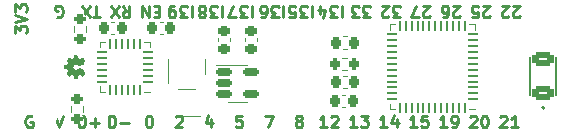
<source format=gto>
G04 #@! TF.GenerationSoftware,KiCad,Pcbnew,(6.0.5)*
G04 #@! TF.CreationDate,2022-08-14T17:30:35+10:00*
G04 #@! TF.ProjectId,ESP32 PicoDev,45535033-3220-4506-9963-6f4465762e6b,rev?*
G04 #@! TF.SameCoordinates,Original*
G04 #@! TF.FileFunction,Legend,Top*
G04 #@! TF.FilePolarity,Positive*
%FSLAX46Y46*%
G04 Gerber Fmt 4.6, Leading zero omitted, Abs format (unit mm)*
G04 Created by KiCad (PCBNEW (6.0.5)) date 2022-08-14 17:30:35*
%MOMM*%
%LPD*%
G01*
G04 APERTURE LIST*
G04 Aperture macros list*
%AMRoundRect*
0 Rectangle with rounded corners*
0 $1 Rounding radius*
0 $2 $3 $4 $5 $6 $7 $8 $9 X,Y pos of 4 corners*
0 Add a 4 corners polygon primitive as box body*
4,1,4,$2,$3,$4,$5,$6,$7,$8,$9,$2,$3,0*
0 Add four circle primitives for the rounded corners*
1,1,$1+$1,$2,$3*
1,1,$1+$1,$4,$5*
1,1,$1+$1,$6,$7*
1,1,$1+$1,$8,$9*
0 Add four rect primitives between the rounded corners*
20,1,$1+$1,$2,$3,$4,$5,0*
20,1,$1+$1,$4,$5,$6,$7,0*
20,1,$1+$1,$6,$7,$8,$9,0*
20,1,$1+$1,$8,$9,$2,$3,0*%
G04 Aperture macros list end*
%ADD10C,0.010000*%
%ADD11C,0.250000*%
%ADD12C,0.120000*%
%ADD13C,0.127000*%
%ADD14C,0.200000*%
%ADD15C,0.650000*%
%ADD16R,1.150000X0.600000*%
%ADD17R,1.150000X0.300000*%
%ADD18O,2.100000X1.050000*%
%ADD19O,2.000000X1.000000*%
%ADD20RoundRect,0.150000X-0.512500X-0.150000X0.512500X-0.150000X0.512500X0.150000X-0.512500X0.150000X0*%
%ADD21RoundRect,0.276000X-0.634000X0.324000X-0.634000X-0.324000X0.634000X-0.324000X0.634000X0.324000X0*%
%ADD22RoundRect,0.225000X0.250000X-0.225000X0.250000X0.225000X-0.250000X0.225000X-0.250000X-0.225000X0*%
%ADD23R,1.000000X0.700000*%
%ADD24R,0.600000X0.700000*%
%ADD25R,0.650000X0.400000*%
%ADD26RoundRect,0.225000X-0.225000X-0.250000X0.225000X-0.250000X0.225000X0.250000X-0.225000X0.250000X0*%
%ADD27RoundRect,0.200000X0.200000X0.275000X-0.200000X0.275000X-0.200000X-0.275000X0.200000X-0.275000X0*%
%ADD28RoundRect,0.062500X0.350000X0.062500X-0.350000X0.062500X-0.350000X-0.062500X0.350000X-0.062500X0*%
%ADD29RoundRect,0.062500X0.062500X0.350000X-0.062500X0.350000X-0.062500X-0.350000X0.062500X-0.350000X0*%
%ADD30R,2.600000X2.600000*%
%ADD31C,2.540000*%
%ADD32RoundRect,0.200000X-0.275000X0.200000X-0.275000X-0.200000X0.275000X-0.200000X0.275000X0.200000X0*%
%ADD33RoundRect,0.062500X0.337500X0.062500X-0.337500X0.062500X-0.337500X-0.062500X0.337500X-0.062500X0*%
%ADD34RoundRect,0.062500X0.062500X0.337500X-0.062500X0.337500X-0.062500X-0.337500X0.062500X-0.337500X0*%
%ADD35R,5.300000X5.300000*%
%ADD36RoundRect,0.200000X0.275000X-0.200000X0.275000X0.200000X-0.275000X0.200000X-0.275000X-0.200000X0*%
%ADD37R,1.700000X1.700000*%
%ADD38O,1.700000X1.700000*%
G04 APERTURE END LIST*
D10*
G36*
X132246553Y-90757447D02*
G01*
X132264379Y-90757898D01*
X132279694Y-90758946D01*
X132286484Y-90759769D01*
X132292736Y-90760831D01*
X132298478Y-90762162D01*
X132303741Y-90763793D01*
X132308555Y-90765753D01*
X132312948Y-90768073D01*
X132316951Y-90770782D01*
X132320594Y-90773911D01*
X132323907Y-90777490D01*
X132326918Y-90781548D01*
X132329658Y-90786115D01*
X132332156Y-90791223D01*
X132334443Y-90796900D01*
X132336547Y-90803177D01*
X132340328Y-90817650D01*
X132343737Y-90834883D01*
X132347011Y-90855116D01*
X132354108Y-90905542D01*
X132356052Y-90919893D01*
X132357998Y-90932630D01*
X132360073Y-90943915D01*
X132362404Y-90953911D01*
X132365118Y-90962780D01*
X132366657Y-90966843D01*
X132368340Y-90970685D01*
X132370182Y-90974327D01*
X132372198Y-90977789D01*
X132374405Y-90981092D01*
X132376818Y-90984255D01*
X132379454Y-90987300D01*
X132382328Y-90990246D01*
X132385455Y-90993114D01*
X132388852Y-90995924D01*
X132392535Y-90998696D01*
X132396519Y-91001452D01*
X132405454Y-91006993D01*
X132415785Y-91012709D01*
X132427637Y-91018765D01*
X132456414Y-91032542D01*
X132474942Y-91040944D01*
X132493180Y-91048830D01*
X132510674Y-91056013D01*
X132526969Y-91062307D01*
X132541611Y-91067527D01*
X132548170Y-91069675D01*
X132554144Y-91071485D01*
X132559478Y-91072933D01*
X132564114Y-91073996D01*
X132567996Y-91074651D01*
X132571067Y-91074875D01*
X132573826Y-91074550D01*
X132577430Y-91073597D01*
X132581814Y-91072049D01*
X132586914Y-91069942D01*
X132599003Y-91064178D01*
X132613180Y-91056575D01*
X132628927Y-91047400D01*
X132645729Y-91036924D01*
X132663068Y-91025414D01*
X132680428Y-91013139D01*
X132698132Y-91000864D01*
X132715237Y-90989354D01*
X132731308Y-90978877D01*
X132745912Y-90969703D01*
X132758614Y-90962100D01*
X132764116Y-90958971D01*
X132768981Y-90956336D01*
X132773152Y-90954228D01*
X132776577Y-90952681D01*
X132779201Y-90951728D01*
X132780195Y-90951485D01*
X132780969Y-90951403D01*
X132782718Y-90951850D01*
X132785283Y-90953160D01*
X132788612Y-90955286D01*
X132792655Y-90958183D01*
X132802673Y-90966099D01*
X132814924Y-90976538D01*
X132828994Y-90989126D01*
X132844469Y-91003492D01*
X132860937Y-91019264D01*
X132877983Y-91036069D01*
X132960886Y-91120736D01*
X132890331Y-91223042D01*
X132878208Y-91240208D01*
X132867600Y-91255446D01*
X132858449Y-91268938D01*
X132850698Y-91280864D01*
X132847330Y-91286296D01*
X132844291Y-91291405D01*
X132841574Y-91296213D01*
X132839171Y-91300742D01*
X132837075Y-91305016D01*
X132835280Y-91309056D01*
X132833779Y-91312886D01*
X132832563Y-91316528D01*
X132831627Y-91320004D01*
X132830962Y-91323338D01*
X132830562Y-91326551D01*
X132830420Y-91329667D01*
X132830529Y-91332708D01*
X132830881Y-91335697D01*
X132831470Y-91338656D01*
X132832288Y-91341608D01*
X132833328Y-91344575D01*
X132834583Y-91347581D01*
X132836046Y-91350647D01*
X132837710Y-91353797D01*
X132839568Y-91357052D01*
X132841613Y-91360436D01*
X132846233Y-91367680D01*
X132851422Y-91376166D01*
X132856321Y-91384300D01*
X132860806Y-91391896D01*
X132864754Y-91398769D01*
X132868041Y-91404732D01*
X132869397Y-91407315D01*
X132870542Y-91409600D01*
X132871459Y-91411565D01*
X132872133Y-91413187D01*
X132872549Y-91414441D01*
X132872656Y-91414923D01*
X132872692Y-91415305D01*
X132871634Y-91416413D01*
X132868533Y-91418378D01*
X132856624Y-91424676D01*
X132837810Y-91433785D01*
X132812940Y-91445292D01*
X132748420Y-91473844D01*
X132669844Y-91507028D01*
X132468761Y-91589930D01*
X132408789Y-91526430D01*
X132389795Y-91507870D01*
X132370528Y-91491222D01*
X132351002Y-91476495D01*
X132331233Y-91463702D01*
X132311237Y-91452852D01*
X132301158Y-91448158D01*
X132291029Y-91443955D01*
X132280850Y-91440242D01*
X132270624Y-91437022D01*
X132260353Y-91434295D01*
X132250039Y-91432062D01*
X132239683Y-91430326D01*
X132229288Y-91429088D01*
X132218856Y-91428347D01*
X132208388Y-91428107D01*
X132197886Y-91428369D01*
X132187353Y-91429132D01*
X132176790Y-91430400D01*
X132166199Y-91432173D01*
X132155582Y-91434452D01*
X132144942Y-91437239D01*
X132134279Y-91440535D01*
X132123597Y-91444341D01*
X132112896Y-91448658D01*
X132102180Y-91453489D01*
X132080706Y-91464694D01*
X132063404Y-91474926D01*
X132047219Y-91485778D01*
X132032150Y-91497250D01*
X132018198Y-91509343D01*
X132005361Y-91522055D01*
X131993641Y-91535388D01*
X131983037Y-91549340D01*
X131973549Y-91563913D01*
X131965178Y-91579106D01*
X131957922Y-91594919D01*
X131951783Y-91611352D01*
X131946760Y-91628405D01*
X131942854Y-91646079D01*
X131940063Y-91664372D01*
X131938389Y-91683286D01*
X131937831Y-91702819D01*
X131938681Y-91726539D01*
X131941181Y-91749392D01*
X131945253Y-91771348D01*
X131950822Y-91792378D01*
X131957811Y-91812452D01*
X131966143Y-91831540D01*
X131975742Y-91849613D01*
X131986530Y-91866640D01*
X131998433Y-91882593D01*
X132011373Y-91897441D01*
X132025273Y-91911155D01*
X132040057Y-91923705D01*
X132055649Y-91935061D01*
X132071971Y-91945194D01*
X132088948Y-91954073D01*
X132106502Y-91961670D01*
X132124558Y-91967954D01*
X132143039Y-91972896D01*
X132161868Y-91976466D01*
X132180968Y-91978634D01*
X132200264Y-91979370D01*
X132219678Y-91978646D01*
X132239134Y-91976430D01*
X132258555Y-91972694D01*
X132277866Y-91967408D01*
X132296988Y-91960542D01*
X132315847Y-91952066D01*
X132334365Y-91941950D01*
X132352465Y-91930166D01*
X132370072Y-91916682D01*
X132387108Y-91901470D01*
X132403497Y-91884500D01*
X132465233Y-91817472D01*
X132650442Y-91896847D01*
X132688172Y-91912336D01*
X132724084Y-91926833D01*
X132757350Y-91940007D01*
X132787143Y-91951528D01*
X132812637Y-91961064D01*
X132833004Y-91968285D01*
X132847418Y-91972860D01*
X132852135Y-91974052D01*
X132855053Y-91974458D01*
X132859062Y-91974669D01*
X132862491Y-91975319D01*
X132863986Y-91975817D01*
X132865335Y-91976435D01*
X132866537Y-91977175D01*
X132867593Y-91978041D01*
X132868501Y-91979036D01*
X132869262Y-91980164D01*
X132869874Y-91981427D01*
X132870339Y-91982830D01*
X132870654Y-91984374D01*
X132870821Y-91986064D01*
X132870839Y-91987902D01*
X132870707Y-91989892D01*
X132869994Y-91994341D01*
X132868678Y-91999435D01*
X132866758Y-92005201D01*
X132864230Y-92011665D01*
X132861093Y-92018853D01*
X132857344Y-92026789D01*
X132852979Y-92035501D01*
X132847997Y-92045014D01*
X132844016Y-92052005D01*
X132840701Y-92058529D01*
X132838099Y-92064737D01*
X132836256Y-92070783D01*
X132835635Y-92073792D01*
X132835220Y-92076818D01*
X132835019Y-92079880D01*
X132835037Y-92082996D01*
X132835279Y-92086186D01*
X132835752Y-92089468D01*
X132836462Y-92092862D01*
X132837414Y-92096387D01*
X132840067Y-92103905D01*
X132843760Y-92112176D01*
X132848537Y-92121351D01*
X132854446Y-92131582D01*
X132861534Y-92143023D01*
X132869846Y-92155825D01*
X132890331Y-92186125D01*
X132957358Y-92283139D01*
X132872692Y-92378389D01*
X132788025Y-92471875D01*
X132682192Y-92399555D01*
X132576358Y-92327236D01*
X132481108Y-92366041D01*
X132444828Y-92381531D01*
X132429976Y-92388304D01*
X132417085Y-92394705D01*
X132405982Y-92400940D01*
X132401046Y-92404061D01*
X132396493Y-92407217D01*
X132392301Y-92410436D01*
X132388447Y-92413742D01*
X132384910Y-92417162D01*
X132381669Y-92420722D01*
X132378702Y-92424447D01*
X132375987Y-92428363D01*
X132373502Y-92432496D01*
X132371227Y-92436873D01*
X132369139Y-92441517D01*
X132367216Y-92446457D01*
X132365438Y-92451717D01*
X132363782Y-92457323D01*
X132360751Y-92469677D01*
X132357950Y-92483726D01*
X132355205Y-92499677D01*
X132352344Y-92517736D01*
X132345757Y-92559656D01*
X132342640Y-92576616D01*
X132339336Y-92591158D01*
X132337543Y-92597580D01*
X132335619Y-92603467D01*
X132333534Y-92608843D01*
X132331260Y-92613730D01*
X132328770Y-92618152D01*
X132326034Y-92622133D01*
X132323025Y-92625694D01*
X132319713Y-92628861D01*
X132316070Y-92631655D01*
X132312068Y-92634101D01*
X132307678Y-92636221D01*
X132302873Y-92638039D01*
X132297623Y-92639577D01*
X132291900Y-92640860D01*
X132285676Y-92641910D01*
X132278923Y-92642752D01*
X132263713Y-92643899D01*
X132246043Y-92644488D01*
X132202414Y-92644736D01*
X132082469Y-92644736D01*
X132063067Y-92556541D01*
X132059194Y-92538014D01*
X132055570Y-92519775D01*
X132052277Y-92502281D01*
X132049397Y-92485986D01*
X132047013Y-92471344D01*
X132045207Y-92458811D01*
X132044064Y-92448841D01*
X132043766Y-92444959D01*
X132043664Y-92441889D01*
X132043577Y-92440530D01*
X132043318Y-92439103D01*
X132042892Y-92437610D01*
X132042303Y-92436056D01*
X132040653Y-92432777D01*
X132038400Y-92429293D01*
X132035579Y-92425634D01*
X132032223Y-92421828D01*
X132028366Y-92417903D01*
X132024041Y-92413887D01*
X132019282Y-92409809D01*
X132014122Y-92405698D01*
X132008596Y-92401582D01*
X132002736Y-92397488D01*
X131996577Y-92393447D01*
X131990151Y-92389485D01*
X131983493Y-92385632D01*
X131976636Y-92381916D01*
X131954445Y-92371068D01*
X131934627Y-92361687D01*
X131916865Y-92353794D01*
X131900844Y-92347410D01*
X131893388Y-92344791D01*
X131886250Y-92342556D01*
X131879389Y-92340709D01*
X131872767Y-92339252D01*
X131866343Y-92338188D01*
X131860079Y-92337520D01*
X131853935Y-92337249D01*
X131847872Y-92337378D01*
X131841851Y-92337911D01*
X131835831Y-92338849D01*
X131829774Y-92340196D01*
X131823639Y-92341953D01*
X131817389Y-92344124D01*
X131810983Y-92346711D01*
X131804382Y-92349716D01*
X131797546Y-92353143D01*
X131783014Y-92361270D01*
X131767071Y-92371113D01*
X131749402Y-92382692D01*
X131729692Y-92396028D01*
X131625622Y-92466583D01*
X131537428Y-92374861D01*
X131449233Y-92283139D01*
X131523317Y-92179069D01*
X131597400Y-92075000D01*
X131560358Y-91979750D01*
X131556312Y-91970230D01*
X131552132Y-91960888D01*
X131547848Y-91951779D01*
X131543491Y-91942956D01*
X131539094Y-91934475D01*
X131534686Y-91926389D01*
X131530298Y-91918752D01*
X131525963Y-91911620D01*
X131521710Y-91905045D01*
X131517570Y-91899083D01*
X131513576Y-91893787D01*
X131509757Y-91889213D01*
X131506145Y-91885413D01*
X131504426Y-91883821D01*
X131502770Y-91882443D01*
X131501182Y-91881286D01*
X131499664Y-91880357D01*
X131498222Y-91879662D01*
X131496858Y-91879208D01*
X131489593Y-91876910D01*
X131478751Y-91874054D01*
X131448572Y-91867081D01*
X131410786Y-91859116D01*
X131369858Y-91850986D01*
X131269317Y-91831583D01*
X131264025Y-91713403D01*
X131262814Y-91688815D01*
X131261858Y-91667180D01*
X131261207Y-91648310D01*
X131260911Y-91632016D01*
X131260910Y-91624776D01*
X131261017Y-91618109D01*
X131261237Y-91611992D01*
X131261576Y-91606401D01*
X131262040Y-91601313D01*
X131262635Y-91596704D01*
X131263369Y-91592550D01*
X131264246Y-91588828D01*
X131265272Y-91585514D01*
X131266455Y-91582585D01*
X131267800Y-91580017D01*
X131269313Y-91577786D01*
X131271001Y-91575870D01*
X131272869Y-91574244D01*
X131274924Y-91572884D01*
X131277172Y-91571768D01*
X131279618Y-91570871D01*
X131282270Y-91570171D01*
X131285133Y-91569642D01*
X131288213Y-91569263D01*
X131291517Y-91569009D01*
X131295050Y-91568857D01*
X131302831Y-91568764D01*
X131311681Y-91568364D01*
X131323363Y-91567220D01*
X131337402Y-91565415D01*
X131353322Y-91563031D01*
X131370647Y-91560151D01*
X131388903Y-91556857D01*
X131407613Y-91553233D01*
X131426303Y-91549361D01*
X131441313Y-91546159D01*
X131454690Y-91543091D01*
X131466579Y-91540044D01*
X131477125Y-91536903D01*
X131486471Y-91533557D01*
X131490740Y-91531770D01*
X131494764Y-91529889D01*
X131498560Y-91527900D01*
X131502147Y-91525788D01*
X131505542Y-91523539D01*
X131508765Y-91521139D01*
X131511832Y-91518573D01*
X131514763Y-91515828D01*
X131517574Y-91512889D01*
X131520285Y-91509742D01*
X131522913Y-91506373D01*
X131525477Y-91502768D01*
X131527994Y-91498912D01*
X131530482Y-91494791D01*
X131535447Y-91485697D01*
X131540515Y-91475374D01*
X131545830Y-91463707D01*
X131551539Y-91450583D01*
X131558043Y-91434532D01*
X131564217Y-91418420D01*
X131569894Y-91402679D01*
X131574910Y-91387745D01*
X131579100Y-91374050D01*
X131580833Y-91367804D01*
X131582297Y-91362030D01*
X131583472Y-91356784D01*
X131584336Y-91352119D01*
X131584870Y-91348089D01*
X131585053Y-91344750D01*
X131584687Y-91341619D01*
X131583613Y-91337560D01*
X131581867Y-91332638D01*
X131579486Y-91326918D01*
X131572961Y-91313341D01*
X131564327Y-91297345D01*
X131553875Y-91279448D01*
X131541893Y-91260166D01*
X131528670Y-91240015D01*
X131514497Y-91219514D01*
X131443942Y-91120736D01*
X131526844Y-91036069D01*
X131543894Y-91019264D01*
X131560386Y-91003492D01*
X131575927Y-90989126D01*
X131583218Y-90982587D01*
X131590124Y-90976538D01*
X131596596Y-90971027D01*
X131602585Y-90966099D01*
X131608041Y-90961803D01*
X131612917Y-90958183D01*
X131617162Y-90955286D01*
X131620727Y-90953160D01*
X131622239Y-90952400D01*
X131623563Y-90951850D01*
X131624693Y-90951515D01*
X131625622Y-90951403D01*
X131627743Y-90951769D01*
X131630762Y-90952843D01*
X131634629Y-90954589D01*
X131639292Y-90956970D01*
X131650799Y-90963495D01*
X131664869Y-90972128D01*
X131681088Y-90982581D01*
X131699044Y-90994563D01*
X131718323Y-91007785D01*
X131738511Y-91021958D01*
X131770733Y-91044613D01*
X131784070Y-91053677D01*
X131795865Y-91061315D01*
X131801256Y-91064618D01*
X131806347Y-91067589D01*
X131811168Y-91070233D01*
X131815747Y-91072560D01*
X131820112Y-91074576D01*
X131824294Y-91076291D01*
X131828319Y-91077711D01*
X131832218Y-91078844D01*
X131836018Y-91079698D01*
X131839749Y-91080280D01*
X131843439Y-91080599D01*
X131847118Y-91080663D01*
X131850813Y-91080478D01*
X131854554Y-91080053D01*
X131858369Y-91079395D01*
X131862287Y-91078513D01*
X131866336Y-91077414D01*
X131870547Y-91076105D01*
X131879564Y-91072891D01*
X131889568Y-91068932D01*
X131900789Y-91064292D01*
X131917799Y-91057038D01*
X131933769Y-91049836D01*
X131948689Y-91042696D01*
X131962553Y-91035628D01*
X131975352Y-91028643D01*
X131987078Y-91021751D01*
X131997725Y-91014963D01*
X132002641Y-91011611D01*
X132007284Y-91008288D01*
X132011653Y-91004996D01*
X132015747Y-91001737D01*
X132019565Y-90998511D01*
X132023107Y-90995321D01*
X132026371Y-90992166D01*
X132029356Y-90989049D01*
X132032061Y-90985970D01*
X132034486Y-90982932D01*
X132036629Y-90979935D01*
X132038490Y-90976981D01*
X132040067Y-90974070D01*
X132041359Y-90971205D01*
X132042366Y-90968386D01*
X132043086Y-90965615D01*
X132043519Y-90962894D01*
X132043664Y-90960222D01*
X132044064Y-90953270D01*
X132045207Y-90943300D01*
X132047013Y-90930767D01*
X132049397Y-90916125D01*
X132055570Y-90882335D01*
X132063067Y-90845569D01*
X132082469Y-90757375D01*
X132202414Y-90757375D01*
X132246553Y-90757447D01*
G37*
X132246553Y-90757447D02*
X132264379Y-90757898D01*
X132279694Y-90758946D01*
X132286484Y-90759769D01*
X132292736Y-90760831D01*
X132298478Y-90762162D01*
X132303741Y-90763793D01*
X132308555Y-90765753D01*
X132312948Y-90768073D01*
X132316951Y-90770782D01*
X132320594Y-90773911D01*
X132323907Y-90777490D01*
X132326918Y-90781548D01*
X132329658Y-90786115D01*
X132332156Y-90791223D01*
X132334443Y-90796900D01*
X132336547Y-90803177D01*
X132340328Y-90817650D01*
X132343737Y-90834883D01*
X132347011Y-90855116D01*
X132354108Y-90905542D01*
X132356052Y-90919893D01*
X132357998Y-90932630D01*
X132360073Y-90943915D01*
X132362404Y-90953911D01*
X132365118Y-90962780D01*
X132366657Y-90966843D01*
X132368340Y-90970685D01*
X132370182Y-90974327D01*
X132372198Y-90977789D01*
X132374405Y-90981092D01*
X132376818Y-90984255D01*
X132379454Y-90987300D01*
X132382328Y-90990246D01*
X132385455Y-90993114D01*
X132388852Y-90995924D01*
X132392535Y-90998696D01*
X132396519Y-91001452D01*
X132405454Y-91006993D01*
X132415785Y-91012709D01*
X132427637Y-91018765D01*
X132456414Y-91032542D01*
X132474942Y-91040944D01*
X132493180Y-91048830D01*
X132510674Y-91056013D01*
X132526969Y-91062307D01*
X132541611Y-91067527D01*
X132548170Y-91069675D01*
X132554144Y-91071485D01*
X132559478Y-91072933D01*
X132564114Y-91073996D01*
X132567996Y-91074651D01*
X132571067Y-91074875D01*
X132573826Y-91074550D01*
X132577430Y-91073597D01*
X132581814Y-91072049D01*
X132586914Y-91069942D01*
X132599003Y-91064178D01*
X132613180Y-91056575D01*
X132628927Y-91047400D01*
X132645729Y-91036924D01*
X132663068Y-91025414D01*
X132680428Y-91013139D01*
X132698132Y-91000864D01*
X132715237Y-90989354D01*
X132731308Y-90978877D01*
X132745912Y-90969703D01*
X132758614Y-90962100D01*
X132764116Y-90958971D01*
X132768981Y-90956336D01*
X132773152Y-90954228D01*
X132776577Y-90952681D01*
X132779201Y-90951728D01*
X132780195Y-90951485D01*
X132780969Y-90951403D01*
X132782718Y-90951850D01*
X132785283Y-90953160D01*
X132788612Y-90955286D01*
X132792655Y-90958183D01*
X132802673Y-90966099D01*
X132814924Y-90976538D01*
X132828994Y-90989126D01*
X132844469Y-91003492D01*
X132860937Y-91019264D01*
X132877983Y-91036069D01*
X132960886Y-91120736D01*
X132890331Y-91223042D01*
X132878208Y-91240208D01*
X132867600Y-91255446D01*
X132858449Y-91268938D01*
X132850698Y-91280864D01*
X132847330Y-91286296D01*
X132844291Y-91291405D01*
X132841574Y-91296213D01*
X132839171Y-91300742D01*
X132837075Y-91305016D01*
X132835280Y-91309056D01*
X132833779Y-91312886D01*
X132832563Y-91316528D01*
X132831627Y-91320004D01*
X132830962Y-91323338D01*
X132830562Y-91326551D01*
X132830420Y-91329667D01*
X132830529Y-91332708D01*
X132830881Y-91335697D01*
X132831470Y-91338656D01*
X132832288Y-91341608D01*
X132833328Y-91344575D01*
X132834583Y-91347581D01*
X132836046Y-91350647D01*
X132837710Y-91353797D01*
X132839568Y-91357052D01*
X132841613Y-91360436D01*
X132846233Y-91367680D01*
X132851422Y-91376166D01*
X132856321Y-91384300D01*
X132860806Y-91391896D01*
X132864754Y-91398769D01*
X132868041Y-91404732D01*
X132869397Y-91407315D01*
X132870542Y-91409600D01*
X132871459Y-91411565D01*
X132872133Y-91413187D01*
X132872549Y-91414441D01*
X132872656Y-91414923D01*
X132872692Y-91415305D01*
X132871634Y-91416413D01*
X132868533Y-91418378D01*
X132856624Y-91424676D01*
X132837810Y-91433785D01*
X132812940Y-91445292D01*
X132748420Y-91473844D01*
X132669844Y-91507028D01*
X132468761Y-91589930D01*
X132408789Y-91526430D01*
X132389795Y-91507870D01*
X132370528Y-91491222D01*
X132351002Y-91476495D01*
X132331233Y-91463702D01*
X132311237Y-91452852D01*
X132301158Y-91448158D01*
X132291029Y-91443955D01*
X132280850Y-91440242D01*
X132270624Y-91437022D01*
X132260353Y-91434295D01*
X132250039Y-91432062D01*
X132239683Y-91430326D01*
X132229288Y-91429088D01*
X132218856Y-91428347D01*
X132208388Y-91428107D01*
X132197886Y-91428369D01*
X132187353Y-91429132D01*
X132176790Y-91430400D01*
X132166199Y-91432173D01*
X132155582Y-91434452D01*
X132144942Y-91437239D01*
X132134279Y-91440535D01*
X132123597Y-91444341D01*
X132112896Y-91448658D01*
X132102180Y-91453489D01*
X132080706Y-91464694D01*
X132063404Y-91474926D01*
X132047219Y-91485778D01*
X132032150Y-91497250D01*
X132018198Y-91509343D01*
X132005361Y-91522055D01*
X131993641Y-91535388D01*
X131983037Y-91549340D01*
X131973549Y-91563913D01*
X131965178Y-91579106D01*
X131957922Y-91594919D01*
X131951783Y-91611352D01*
X131946760Y-91628405D01*
X131942854Y-91646079D01*
X131940063Y-91664372D01*
X131938389Y-91683286D01*
X131937831Y-91702819D01*
X131938681Y-91726539D01*
X131941181Y-91749392D01*
X131945253Y-91771348D01*
X131950822Y-91792378D01*
X131957811Y-91812452D01*
X131966143Y-91831540D01*
X131975742Y-91849613D01*
X131986530Y-91866640D01*
X131998433Y-91882593D01*
X132011373Y-91897441D01*
X132025273Y-91911155D01*
X132040057Y-91923705D01*
X132055649Y-91935061D01*
X132071971Y-91945194D01*
X132088948Y-91954073D01*
X132106502Y-91961670D01*
X132124558Y-91967954D01*
X132143039Y-91972896D01*
X132161868Y-91976466D01*
X132180968Y-91978634D01*
X132200264Y-91979370D01*
X132219678Y-91978646D01*
X132239134Y-91976430D01*
X132258555Y-91972694D01*
X132277866Y-91967408D01*
X132296988Y-91960542D01*
X132315847Y-91952066D01*
X132334365Y-91941950D01*
X132352465Y-91930166D01*
X132370072Y-91916682D01*
X132387108Y-91901470D01*
X132403497Y-91884500D01*
X132465233Y-91817472D01*
X132650442Y-91896847D01*
X132688172Y-91912336D01*
X132724084Y-91926833D01*
X132757350Y-91940007D01*
X132787143Y-91951528D01*
X132812637Y-91961064D01*
X132833004Y-91968285D01*
X132847418Y-91972860D01*
X132852135Y-91974052D01*
X132855053Y-91974458D01*
X132859062Y-91974669D01*
X132862491Y-91975319D01*
X132863986Y-91975817D01*
X132865335Y-91976435D01*
X132866537Y-91977175D01*
X132867593Y-91978041D01*
X132868501Y-91979036D01*
X132869262Y-91980164D01*
X132869874Y-91981427D01*
X132870339Y-91982830D01*
X132870654Y-91984374D01*
X132870821Y-91986064D01*
X132870839Y-91987902D01*
X132870707Y-91989892D01*
X132869994Y-91994341D01*
X132868678Y-91999435D01*
X132866758Y-92005201D01*
X132864230Y-92011665D01*
X132861093Y-92018853D01*
X132857344Y-92026789D01*
X132852979Y-92035501D01*
X132847997Y-92045014D01*
X132844016Y-92052005D01*
X132840701Y-92058529D01*
X132838099Y-92064737D01*
X132836256Y-92070783D01*
X132835635Y-92073792D01*
X132835220Y-92076818D01*
X132835019Y-92079880D01*
X132835037Y-92082996D01*
X132835279Y-92086186D01*
X132835752Y-92089468D01*
X132836462Y-92092862D01*
X132837414Y-92096387D01*
X132840067Y-92103905D01*
X132843760Y-92112176D01*
X132848537Y-92121351D01*
X132854446Y-92131582D01*
X132861534Y-92143023D01*
X132869846Y-92155825D01*
X132890331Y-92186125D01*
X132957358Y-92283139D01*
X132872692Y-92378389D01*
X132788025Y-92471875D01*
X132682192Y-92399555D01*
X132576358Y-92327236D01*
X132481108Y-92366041D01*
X132444828Y-92381531D01*
X132429976Y-92388304D01*
X132417085Y-92394705D01*
X132405982Y-92400940D01*
X132401046Y-92404061D01*
X132396493Y-92407217D01*
X132392301Y-92410436D01*
X132388447Y-92413742D01*
X132384910Y-92417162D01*
X132381669Y-92420722D01*
X132378702Y-92424447D01*
X132375987Y-92428363D01*
X132373502Y-92432496D01*
X132371227Y-92436873D01*
X132369139Y-92441517D01*
X132367216Y-92446457D01*
X132365438Y-92451717D01*
X132363782Y-92457323D01*
X132360751Y-92469677D01*
X132357950Y-92483726D01*
X132355205Y-92499677D01*
X132352344Y-92517736D01*
X132345757Y-92559656D01*
X132342640Y-92576616D01*
X132339336Y-92591158D01*
X132337543Y-92597580D01*
X132335619Y-92603467D01*
X132333534Y-92608843D01*
X132331260Y-92613730D01*
X132328770Y-92618152D01*
X132326034Y-92622133D01*
X132323025Y-92625694D01*
X132319713Y-92628861D01*
X132316070Y-92631655D01*
X132312068Y-92634101D01*
X132307678Y-92636221D01*
X132302873Y-92638039D01*
X132297623Y-92639577D01*
X132291900Y-92640860D01*
X132285676Y-92641910D01*
X132278923Y-92642752D01*
X132263713Y-92643899D01*
X132246043Y-92644488D01*
X132202414Y-92644736D01*
X132082469Y-92644736D01*
X132063067Y-92556541D01*
X132059194Y-92538014D01*
X132055570Y-92519775D01*
X132052277Y-92502281D01*
X132049397Y-92485986D01*
X132047013Y-92471344D01*
X132045207Y-92458811D01*
X132044064Y-92448841D01*
X132043766Y-92444959D01*
X132043664Y-92441889D01*
X132043577Y-92440530D01*
X132043318Y-92439103D01*
X132042892Y-92437610D01*
X132042303Y-92436056D01*
X132040653Y-92432777D01*
X132038400Y-92429293D01*
X132035579Y-92425634D01*
X132032223Y-92421828D01*
X132028366Y-92417903D01*
X132024041Y-92413887D01*
X132019282Y-92409809D01*
X132014122Y-92405698D01*
X132008596Y-92401582D01*
X132002736Y-92397488D01*
X131996577Y-92393447D01*
X131990151Y-92389485D01*
X131983493Y-92385632D01*
X131976636Y-92381916D01*
X131954445Y-92371068D01*
X131934627Y-92361687D01*
X131916865Y-92353794D01*
X131900844Y-92347410D01*
X131893388Y-92344791D01*
X131886250Y-92342556D01*
X131879389Y-92340709D01*
X131872767Y-92339252D01*
X131866343Y-92338188D01*
X131860079Y-92337520D01*
X131853935Y-92337249D01*
X131847872Y-92337378D01*
X131841851Y-92337911D01*
X131835831Y-92338849D01*
X131829774Y-92340196D01*
X131823639Y-92341953D01*
X131817389Y-92344124D01*
X131810983Y-92346711D01*
X131804382Y-92349716D01*
X131797546Y-92353143D01*
X131783014Y-92361270D01*
X131767071Y-92371113D01*
X131749402Y-92382692D01*
X131729692Y-92396028D01*
X131625622Y-92466583D01*
X131537428Y-92374861D01*
X131449233Y-92283139D01*
X131523317Y-92179069D01*
X131597400Y-92075000D01*
X131560358Y-91979750D01*
X131556312Y-91970230D01*
X131552132Y-91960888D01*
X131547848Y-91951779D01*
X131543491Y-91942956D01*
X131539094Y-91934475D01*
X131534686Y-91926389D01*
X131530298Y-91918752D01*
X131525963Y-91911620D01*
X131521710Y-91905045D01*
X131517570Y-91899083D01*
X131513576Y-91893787D01*
X131509757Y-91889213D01*
X131506145Y-91885413D01*
X131504426Y-91883821D01*
X131502770Y-91882443D01*
X131501182Y-91881286D01*
X131499664Y-91880357D01*
X131498222Y-91879662D01*
X131496858Y-91879208D01*
X131489593Y-91876910D01*
X131478751Y-91874054D01*
X131448572Y-91867081D01*
X131410786Y-91859116D01*
X131369858Y-91850986D01*
X131269317Y-91831583D01*
X131264025Y-91713403D01*
X131262814Y-91688815D01*
X131261858Y-91667180D01*
X131261207Y-91648310D01*
X131260911Y-91632016D01*
X131260910Y-91624776D01*
X131261017Y-91618109D01*
X131261237Y-91611992D01*
X131261576Y-91606401D01*
X131262040Y-91601313D01*
X131262635Y-91596704D01*
X131263369Y-91592550D01*
X131264246Y-91588828D01*
X131265272Y-91585514D01*
X131266455Y-91582585D01*
X131267800Y-91580017D01*
X131269313Y-91577786D01*
X131271001Y-91575870D01*
X131272869Y-91574244D01*
X131274924Y-91572884D01*
X131277172Y-91571768D01*
X131279618Y-91570871D01*
X131282270Y-91570171D01*
X131285133Y-91569642D01*
X131288213Y-91569263D01*
X131291517Y-91569009D01*
X131295050Y-91568857D01*
X131302831Y-91568764D01*
X131311681Y-91568364D01*
X131323363Y-91567220D01*
X131337402Y-91565415D01*
X131353322Y-91563031D01*
X131370647Y-91560151D01*
X131388903Y-91556857D01*
X131407613Y-91553233D01*
X131426303Y-91549361D01*
X131441313Y-91546159D01*
X131454690Y-91543091D01*
X131466579Y-91540044D01*
X131477125Y-91536903D01*
X131486471Y-91533557D01*
X131490740Y-91531770D01*
X131494764Y-91529889D01*
X131498560Y-91527900D01*
X131502147Y-91525788D01*
X131505542Y-91523539D01*
X131508765Y-91521139D01*
X131511832Y-91518573D01*
X131514763Y-91515828D01*
X131517574Y-91512889D01*
X131520285Y-91509742D01*
X131522913Y-91506373D01*
X131525477Y-91502768D01*
X131527994Y-91498912D01*
X131530482Y-91494791D01*
X131535447Y-91485697D01*
X131540515Y-91475374D01*
X131545830Y-91463707D01*
X131551539Y-91450583D01*
X131558043Y-91434532D01*
X131564217Y-91418420D01*
X131569894Y-91402679D01*
X131574910Y-91387745D01*
X131579100Y-91374050D01*
X131580833Y-91367804D01*
X131582297Y-91362030D01*
X131583472Y-91356784D01*
X131584336Y-91352119D01*
X131584870Y-91348089D01*
X131585053Y-91344750D01*
X131584687Y-91341619D01*
X131583613Y-91337560D01*
X131581867Y-91332638D01*
X131579486Y-91326918D01*
X131572961Y-91313341D01*
X131564327Y-91297345D01*
X131553875Y-91279448D01*
X131541893Y-91260166D01*
X131528670Y-91240015D01*
X131514497Y-91219514D01*
X131443942Y-91120736D01*
X131526844Y-91036069D01*
X131543894Y-91019264D01*
X131560386Y-91003492D01*
X131575927Y-90989126D01*
X131583218Y-90982587D01*
X131590124Y-90976538D01*
X131596596Y-90971027D01*
X131602585Y-90966099D01*
X131608041Y-90961803D01*
X131612917Y-90958183D01*
X131617162Y-90955286D01*
X131620727Y-90953160D01*
X131622239Y-90952400D01*
X131623563Y-90951850D01*
X131624693Y-90951515D01*
X131625622Y-90951403D01*
X131627743Y-90951769D01*
X131630762Y-90952843D01*
X131634629Y-90954589D01*
X131639292Y-90956970D01*
X131650799Y-90963495D01*
X131664869Y-90972128D01*
X131681088Y-90982581D01*
X131699044Y-90994563D01*
X131718323Y-91007785D01*
X131738511Y-91021958D01*
X131770733Y-91044613D01*
X131784070Y-91053677D01*
X131795865Y-91061315D01*
X131801256Y-91064618D01*
X131806347Y-91067589D01*
X131811168Y-91070233D01*
X131815747Y-91072560D01*
X131820112Y-91074576D01*
X131824294Y-91076291D01*
X131828319Y-91077711D01*
X131832218Y-91078844D01*
X131836018Y-91079698D01*
X131839749Y-91080280D01*
X131843439Y-91080599D01*
X131847118Y-91080663D01*
X131850813Y-91080478D01*
X131854554Y-91080053D01*
X131858369Y-91079395D01*
X131862287Y-91078513D01*
X131866336Y-91077414D01*
X131870547Y-91076105D01*
X131879564Y-91072891D01*
X131889568Y-91068932D01*
X131900789Y-91064292D01*
X131917799Y-91057038D01*
X131933769Y-91049836D01*
X131948689Y-91042696D01*
X131962553Y-91035628D01*
X131975352Y-91028643D01*
X131987078Y-91021751D01*
X131997725Y-91014963D01*
X132002641Y-91011611D01*
X132007284Y-91008288D01*
X132011653Y-91004996D01*
X132015747Y-91001737D01*
X132019565Y-90998511D01*
X132023107Y-90995321D01*
X132026371Y-90992166D01*
X132029356Y-90989049D01*
X132032061Y-90985970D01*
X132034486Y-90982932D01*
X132036629Y-90979935D01*
X132038490Y-90976981D01*
X132040067Y-90974070D01*
X132041359Y-90971205D01*
X132042366Y-90968386D01*
X132043086Y-90965615D01*
X132043519Y-90962894D01*
X132043664Y-90960222D01*
X132044064Y-90953270D01*
X132045207Y-90943300D01*
X132047013Y-90930767D01*
X132049397Y-90916125D01*
X132055570Y-90882335D01*
X132063067Y-90845569D01*
X132082469Y-90757375D01*
X132202414Y-90757375D01*
X132246553Y-90757447D01*
D11*
X136183666Y-86542619D02*
X136517000Y-87018809D01*
X136755095Y-86542619D02*
X136755095Y-87542619D01*
X136374142Y-87542619D01*
X136278904Y-87495000D01*
X136231285Y-87447380D01*
X136183666Y-87352142D01*
X136183666Y-87209285D01*
X136231285Y-87114047D01*
X136278904Y-87066428D01*
X136374142Y-87018809D01*
X136755095Y-87018809D01*
X135850333Y-87542619D02*
X135183666Y-86542619D01*
X135183666Y-87542619D02*
X135850333Y-86542619D01*
X143700476Y-96178714D02*
X143700476Y-96845380D01*
X143462380Y-95797761D02*
X143224285Y-96512047D01*
X143843333Y-96512047D01*
X165608095Y-95940619D02*
X165655714Y-95893000D01*
X165750952Y-95845380D01*
X165989047Y-95845380D01*
X166084285Y-95893000D01*
X166131904Y-95940619D01*
X166179523Y-96035857D01*
X166179523Y-96131095D01*
X166131904Y-96273952D01*
X165560476Y-96845380D01*
X166179523Y-96845380D01*
X166798571Y-95845380D02*
X166893809Y-95845380D01*
X166989047Y-95893000D01*
X167036666Y-95940619D01*
X167084285Y-96035857D01*
X167131904Y-96226333D01*
X167131904Y-96464428D01*
X167084285Y-96654904D01*
X167036666Y-96750142D01*
X166989047Y-96797761D01*
X166893809Y-96845380D01*
X166798571Y-96845380D01*
X166703333Y-96797761D01*
X166655714Y-96750142D01*
X166608095Y-96654904D01*
X166560476Y-96464428D01*
X166560476Y-96226333D01*
X166608095Y-96035857D01*
X166655714Y-95940619D01*
X166703333Y-95893000D01*
X166798571Y-95845380D01*
X162178904Y-87447380D02*
X162131285Y-87495000D01*
X162036047Y-87542619D01*
X161797952Y-87542619D01*
X161702714Y-87495000D01*
X161655095Y-87447380D01*
X161607476Y-87352142D01*
X161607476Y-87256904D01*
X161655095Y-87114047D01*
X162226523Y-86542619D01*
X161607476Y-86542619D01*
X161274142Y-87542619D02*
X160607476Y-87542619D01*
X161036047Y-86542619D01*
X161099523Y-96845380D02*
X160528095Y-96845380D01*
X160813809Y-96845380D02*
X160813809Y-95845380D01*
X160718571Y-95988238D01*
X160623333Y-96083476D01*
X160528095Y-96131095D01*
X162004285Y-95845380D02*
X161528095Y-95845380D01*
X161480476Y-96321571D01*
X161528095Y-96273952D01*
X161623333Y-96226333D01*
X161861428Y-96226333D01*
X161956666Y-96273952D01*
X162004285Y-96321571D01*
X162051904Y-96416809D01*
X162051904Y-96654904D01*
X162004285Y-96750142D01*
X161956666Y-96797761D01*
X161861428Y-96845380D01*
X161623333Y-96845380D01*
X161528095Y-96797761D01*
X161480476Y-96750142D01*
X168148095Y-95940619D02*
X168195714Y-95893000D01*
X168290952Y-95845380D01*
X168529047Y-95845380D01*
X168624285Y-95893000D01*
X168671904Y-95940619D01*
X168719523Y-96035857D01*
X168719523Y-96131095D01*
X168671904Y-96273952D01*
X168100476Y-96845380D01*
X168719523Y-96845380D01*
X169671904Y-96845380D02*
X169100476Y-96845380D01*
X169386190Y-96845380D02*
X169386190Y-95845380D01*
X169290952Y-95988238D01*
X169195714Y-96083476D01*
X169100476Y-96131095D01*
X142049380Y-86542619D02*
X142049380Y-87542619D01*
X141668428Y-87542619D02*
X141049380Y-87542619D01*
X141382714Y-87161666D01*
X141239857Y-87161666D01*
X141144619Y-87114047D01*
X141097000Y-87066428D01*
X141049380Y-86971190D01*
X141049380Y-86733095D01*
X141097000Y-86637857D01*
X141144619Y-86590238D01*
X141239857Y-86542619D01*
X141525571Y-86542619D01*
X141620809Y-86590238D01*
X141668428Y-86637857D01*
X140573190Y-86542619D02*
X140382714Y-86542619D01*
X140287476Y-86590238D01*
X140239857Y-86637857D01*
X140144619Y-86780714D01*
X140097000Y-86971190D01*
X140097000Y-87352142D01*
X140144619Y-87447380D01*
X140192238Y-87495000D01*
X140287476Y-87542619D01*
X140477952Y-87542619D01*
X140573190Y-87495000D01*
X140620809Y-87447380D01*
X140668428Y-87352142D01*
X140668428Y-87114047D01*
X140620809Y-87018809D01*
X140573190Y-86971190D01*
X140477952Y-86923571D01*
X140287476Y-86923571D01*
X140192238Y-86971190D01*
X140144619Y-87018809D01*
X140097000Y-87114047D01*
X146288095Y-95845380D02*
X145811904Y-95845380D01*
X145764285Y-96321571D01*
X145811904Y-96273952D01*
X145907142Y-96226333D01*
X146145238Y-96226333D01*
X146240476Y-96273952D01*
X146288095Y-96321571D01*
X146335714Y-96416809D01*
X146335714Y-96654904D01*
X146288095Y-96750142D01*
X146240476Y-96797761D01*
X146145238Y-96845380D01*
X145907142Y-96845380D01*
X145811904Y-96797761D01*
X145764285Y-96750142D01*
X151034761Y-96273952D02*
X150939523Y-96226333D01*
X150891904Y-96178714D01*
X150844285Y-96083476D01*
X150844285Y-96035857D01*
X150891904Y-95940619D01*
X150939523Y-95893000D01*
X151034761Y-95845380D01*
X151225238Y-95845380D01*
X151320476Y-95893000D01*
X151368095Y-95940619D01*
X151415714Y-96035857D01*
X151415714Y-96083476D01*
X151368095Y-96178714D01*
X151320476Y-96226333D01*
X151225238Y-96273952D01*
X151034761Y-96273952D01*
X150939523Y-96321571D01*
X150891904Y-96369190D01*
X150844285Y-96464428D01*
X150844285Y-96654904D01*
X150891904Y-96750142D01*
X150939523Y-96797761D01*
X151034761Y-96845380D01*
X151225238Y-96845380D01*
X151320476Y-96797761D01*
X151368095Y-96750142D01*
X151415714Y-96654904D01*
X151415714Y-96464428D01*
X151368095Y-96369190D01*
X151320476Y-96321571D01*
X151225238Y-96273952D01*
X134238904Y-87542619D02*
X133667476Y-87542619D01*
X133953190Y-86542619D02*
X133953190Y-87542619D01*
X133429380Y-87542619D02*
X132762714Y-86542619D01*
X132762714Y-87542619D02*
X133429380Y-86542619D01*
X163639523Y-96845380D02*
X163068095Y-96845380D01*
X163353809Y-96845380D02*
X163353809Y-95845380D01*
X163258571Y-95988238D01*
X163163333Y-96083476D01*
X163068095Y-96131095D01*
X164115714Y-96845380D02*
X164306190Y-96845380D01*
X164401428Y-96797761D01*
X164449047Y-96750142D01*
X164544285Y-96607285D01*
X164591904Y-96416809D01*
X164591904Y-96035857D01*
X164544285Y-95940619D01*
X164496666Y-95893000D01*
X164401428Y-95845380D01*
X164210952Y-95845380D01*
X164115714Y-95893000D01*
X164068095Y-95940619D01*
X164020476Y-96035857D01*
X164020476Y-96273952D01*
X164068095Y-96369190D01*
X164115714Y-96416809D01*
X164210952Y-96464428D01*
X164401428Y-96464428D01*
X164496666Y-96416809D01*
X164544285Y-96369190D01*
X164591904Y-96273952D01*
X148256666Y-95845380D02*
X148923333Y-95845380D01*
X148494761Y-96845380D01*
X164718904Y-87447380D02*
X164671285Y-87495000D01*
X164576047Y-87542619D01*
X164337952Y-87542619D01*
X164242714Y-87495000D01*
X164195095Y-87447380D01*
X164147476Y-87352142D01*
X164147476Y-87256904D01*
X164195095Y-87114047D01*
X164766523Y-86542619D01*
X164147476Y-86542619D01*
X163290333Y-87542619D02*
X163480809Y-87542619D01*
X163576047Y-87495000D01*
X163623666Y-87447380D01*
X163718904Y-87304523D01*
X163766523Y-87114047D01*
X163766523Y-86733095D01*
X163718904Y-86637857D01*
X163671285Y-86590238D01*
X163576047Y-86542619D01*
X163385571Y-86542619D01*
X163290333Y-86590238D01*
X163242714Y-86637857D01*
X163195095Y-86733095D01*
X163195095Y-86971190D01*
X163242714Y-87066428D01*
X163290333Y-87114047D01*
X163385571Y-87161666D01*
X163576047Y-87161666D01*
X163671285Y-87114047D01*
X163718904Y-87066428D01*
X163766523Y-86971190D01*
X140684285Y-95940619D02*
X140731904Y-95893000D01*
X140827142Y-95845380D01*
X141065238Y-95845380D01*
X141160476Y-95893000D01*
X141208095Y-95940619D01*
X141255714Y-96035857D01*
X141255714Y-96131095D01*
X141208095Y-96273952D01*
X140636666Y-96845380D01*
X141255714Y-96845380D01*
X139295095Y-87066428D02*
X138961761Y-87066428D01*
X138818904Y-86542619D02*
X139295095Y-86542619D01*
X139295095Y-87542619D01*
X138818904Y-87542619D01*
X138390333Y-86542619D02*
X138390333Y-87542619D01*
X137818904Y-86542619D01*
X137818904Y-87542619D01*
X149796380Y-86542619D02*
X149796380Y-87542619D01*
X149415428Y-87542619D02*
X148796380Y-87542619D01*
X149129714Y-87161666D01*
X148986857Y-87161666D01*
X148891619Y-87114047D01*
X148844000Y-87066428D01*
X148796380Y-86971190D01*
X148796380Y-86733095D01*
X148844000Y-86637857D01*
X148891619Y-86590238D01*
X148986857Y-86542619D01*
X149272571Y-86542619D01*
X149367809Y-86590238D01*
X149415428Y-86637857D01*
X147939238Y-87542619D02*
X148129714Y-87542619D01*
X148224952Y-87495000D01*
X148272571Y-87447380D01*
X148367809Y-87304523D01*
X148415428Y-87114047D01*
X148415428Y-86733095D01*
X148367809Y-86637857D01*
X148320190Y-86590238D01*
X148224952Y-86542619D01*
X148034476Y-86542619D01*
X147939238Y-86590238D01*
X147891619Y-86637857D01*
X147844000Y-86733095D01*
X147844000Y-86971190D01*
X147891619Y-87066428D01*
X147939238Y-87114047D01*
X148034476Y-87161666D01*
X148224952Y-87161666D01*
X148320190Y-87114047D01*
X148367809Y-87066428D01*
X148415428Y-86971190D01*
X156019523Y-96845380D02*
X155448095Y-96845380D01*
X155733809Y-96845380D02*
X155733809Y-95845380D01*
X155638571Y-95988238D01*
X155543333Y-96083476D01*
X155448095Y-96131095D01*
X156352857Y-95845380D02*
X156971904Y-95845380D01*
X156638571Y-96226333D01*
X156781428Y-96226333D01*
X156876666Y-96273952D01*
X156924285Y-96321571D01*
X156971904Y-96416809D01*
X156971904Y-96654904D01*
X156924285Y-96750142D01*
X156876666Y-96797761D01*
X156781428Y-96845380D01*
X156495714Y-96845380D01*
X156400476Y-96797761D01*
X156352857Y-96750142D01*
X135009047Y-96845380D02*
X135009047Y-95845380D01*
X135247142Y-95845380D01*
X135390000Y-95893000D01*
X135485238Y-95988238D01*
X135532857Y-96083476D01*
X135580476Y-96273952D01*
X135580476Y-96416809D01*
X135532857Y-96607285D01*
X135485238Y-96702523D01*
X135390000Y-96797761D01*
X135247142Y-96845380D01*
X135009047Y-96845380D01*
X136009047Y-96464428D02*
X136770952Y-96464428D01*
X128531904Y-95893000D02*
X128436666Y-95845380D01*
X128293809Y-95845380D01*
X128150952Y-95893000D01*
X128055714Y-95988238D01*
X128008095Y-96083476D01*
X127960476Y-96273952D01*
X127960476Y-96416809D01*
X128008095Y-96607285D01*
X128055714Y-96702523D01*
X128150952Y-96797761D01*
X128293809Y-96845380D01*
X128389047Y-96845380D01*
X128531904Y-96797761D01*
X128579523Y-96750142D01*
X128579523Y-96416809D01*
X128389047Y-96416809D01*
X130548095Y-87495000D02*
X130643333Y-87542619D01*
X130786190Y-87542619D01*
X130929047Y-87495000D01*
X131024285Y-87399761D01*
X131071904Y-87304523D01*
X131119523Y-87114047D01*
X131119523Y-86971190D01*
X131071904Y-86780714D01*
X131024285Y-86685476D01*
X130929047Y-86590238D01*
X130786190Y-86542619D01*
X130690952Y-86542619D01*
X130548095Y-86590238D01*
X130500476Y-86637857D01*
X130500476Y-86971190D01*
X130690952Y-86971190D01*
X138382380Y-95845380D02*
X138477619Y-95845380D01*
X138572857Y-95893000D01*
X138620476Y-95940619D01*
X138668095Y-96035857D01*
X138715714Y-96226333D01*
X138715714Y-96464428D01*
X138668095Y-96654904D01*
X138620476Y-96750142D01*
X138572857Y-96797761D01*
X138477619Y-96845380D01*
X138382380Y-96845380D01*
X138287142Y-96797761D01*
X138239523Y-96750142D01*
X138191904Y-96654904D01*
X138144285Y-96464428D01*
X138144285Y-96226333D01*
X138191904Y-96035857D01*
X138239523Y-95940619D01*
X138287142Y-95893000D01*
X138382380Y-95845380D01*
X157146523Y-87542619D02*
X156527476Y-87542619D01*
X156860809Y-87161666D01*
X156717952Y-87161666D01*
X156622714Y-87114047D01*
X156575095Y-87066428D01*
X156527476Y-86971190D01*
X156527476Y-86733095D01*
X156575095Y-86637857D01*
X156622714Y-86590238D01*
X156717952Y-86542619D01*
X157003666Y-86542619D01*
X157098904Y-86590238D01*
X157146523Y-86637857D01*
X156194142Y-87542619D02*
X155575095Y-87542619D01*
X155908428Y-87161666D01*
X155765571Y-87161666D01*
X155670333Y-87114047D01*
X155622714Y-87066428D01*
X155575095Y-86971190D01*
X155575095Y-86733095D01*
X155622714Y-86637857D01*
X155670333Y-86590238D01*
X155765571Y-86542619D01*
X156051285Y-86542619D01*
X156146523Y-86590238D01*
X156194142Y-86637857D01*
X153479523Y-96845380D02*
X152908095Y-96845380D01*
X153193809Y-96845380D02*
X153193809Y-95845380D01*
X153098571Y-95988238D01*
X153003333Y-96083476D01*
X152908095Y-96131095D01*
X153860476Y-95940619D02*
X153908095Y-95893000D01*
X154003333Y-95845380D01*
X154241428Y-95845380D01*
X154336666Y-95893000D01*
X154384285Y-95940619D01*
X154431904Y-96035857D01*
X154431904Y-96131095D01*
X154384285Y-96273952D01*
X153812857Y-96845380D01*
X154431904Y-96845380D01*
X127087380Y-88868095D02*
X127087380Y-88249047D01*
X127468333Y-88582380D01*
X127468333Y-88439523D01*
X127515952Y-88344285D01*
X127563571Y-88296666D01*
X127658809Y-88249047D01*
X127896904Y-88249047D01*
X127992142Y-88296666D01*
X128039761Y-88344285D01*
X128087380Y-88439523D01*
X128087380Y-88725238D01*
X128039761Y-88820476D01*
X127992142Y-88868095D01*
X127087380Y-87963333D02*
X128087380Y-87630000D01*
X127087380Y-87296666D01*
X127087380Y-87058571D02*
X127087380Y-86439523D01*
X127468333Y-86772857D01*
X127468333Y-86630000D01*
X127515952Y-86534761D01*
X127563571Y-86487142D01*
X127658809Y-86439523D01*
X127896904Y-86439523D01*
X127992142Y-86487142D01*
X128039761Y-86534761D01*
X128087380Y-86630000D01*
X128087380Y-86915714D01*
X128039761Y-87010952D01*
X127992142Y-87058571D01*
X167258904Y-87447380D02*
X167211285Y-87495000D01*
X167116047Y-87542619D01*
X166877952Y-87542619D01*
X166782714Y-87495000D01*
X166735095Y-87447380D01*
X166687476Y-87352142D01*
X166687476Y-87256904D01*
X166735095Y-87114047D01*
X167306523Y-86542619D01*
X166687476Y-86542619D01*
X165782714Y-87542619D02*
X166258904Y-87542619D01*
X166306523Y-87066428D01*
X166258904Y-87114047D01*
X166163666Y-87161666D01*
X165925571Y-87161666D01*
X165830333Y-87114047D01*
X165782714Y-87066428D01*
X165735095Y-86971190D01*
X165735095Y-86733095D01*
X165782714Y-86637857D01*
X165830333Y-86590238D01*
X165925571Y-86542619D01*
X166163666Y-86542619D01*
X166258904Y-86590238D01*
X166306523Y-86637857D01*
X152209380Y-86542619D02*
X152209380Y-87542619D01*
X151828428Y-87542619D02*
X151209380Y-87542619D01*
X151542714Y-87161666D01*
X151399857Y-87161666D01*
X151304619Y-87114047D01*
X151257000Y-87066428D01*
X151209380Y-86971190D01*
X151209380Y-86733095D01*
X151257000Y-86637857D01*
X151304619Y-86590238D01*
X151399857Y-86542619D01*
X151685571Y-86542619D01*
X151780809Y-86590238D01*
X151828428Y-86637857D01*
X150304619Y-87542619D02*
X150780809Y-87542619D01*
X150828428Y-87066428D01*
X150780809Y-87114047D01*
X150685571Y-87161666D01*
X150447476Y-87161666D01*
X150352238Y-87114047D01*
X150304619Y-87066428D01*
X150257000Y-86971190D01*
X150257000Y-86733095D01*
X150304619Y-86637857D01*
X150352238Y-86590238D01*
X150447476Y-86542619D01*
X150685571Y-86542619D01*
X150780809Y-86590238D01*
X150828428Y-86637857D01*
X144589380Y-86542619D02*
X144589380Y-87542619D01*
X144208428Y-87542619D02*
X143589380Y-87542619D01*
X143922714Y-87161666D01*
X143779857Y-87161666D01*
X143684619Y-87114047D01*
X143637000Y-87066428D01*
X143589380Y-86971190D01*
X143589380Y-86733095D01*
X143637000Y-86637857D01*
X143684619Y-86590238D01*
X143779857Y-86542619D01*
X144065571Y-86542619D01*
X144160809Y-86590238D01*
X144208428Y-86637857D01*
X143017952Y-87114047D02*
X143113190Y-87161666D01*
X143160809Y-87209285D01*
X143208428Y-87304523D01*
X143208428Y-87352142D01*
X143160809Y-87447380D01*
X143113190Y-87495000D01*
X143017952Y-87542619D01*
X142827476Y-87542619D01*
X142732238Y-87495000D01*
X142684619Y-87447380D01*
X142637000Y-87352142D01*
X142637000Y-87304523D01*
X142684619Y-87209285D01*
X142732238Y-87161666D01*
X142827476Y-87114047D01*
X143017952Y-87114047D01*
X143113190Y-87066428D01*
X143160809Y-87018809D01*
X143208428Y-86923571D01*
X143208428Y-86733095D01*
X143160809Y-86637857D01*
X143113190Y-86590238D01*
X143017952Y-86542619D01*
X142827476Y-86542619D01*
X142732238Y-86590238D01*
X142684619Y-86637857D01*
X142637000Y-86733095D01*
X142637000Y-86923571D01*
X142684619Y-87018809D01*
X142732238Y-87066428D01*
X142827476Y-87114047D01*
X159686523Y-87542619D02*
X159067476Y-87542619D01*
X159400809Y-87161666D01*
X159257952Y-87161666D01*
X159162714Y-87114047D01*
X159115095Y-87066428D01*
X159067476Y-86971190D01*
X159067476Y-86733095D01*
X159115095Y-86637857D01*
X159162714Y-86590238D01*
X159257952Y-86542619D01*
X159543666Y-86542619D01*
X159638904Y-86590238D01*
X159686523Y-86637857D01*
X158686523Y-87447380D02*
X158638904Y-87495000D01*
X158543666Y-87542619D01*
X158305571Y-87542619D01*
X158210333Y-87495000D01*
X158162714Y-87447380D01*
X158115095Y-87352142D01*
X158115095Y-87256904D01*
X158162714Y-87114047D01*
X158734142Y-86542619D01*
X158115095Y-86542619D01*
X132469047Y-96845380D02*
X132469047Y-95845380D01*
X132707142Y-95845380D01*
X132850000Y-95893000D01*
X132945238Y-95988238D01*
X132992857Y-96083476D01*
X133040476Y-96273952D01*
X133040476Y-96416809D01*
X132992857Y-96607285D01*
X132945238Y-96702523D01*
X132850000Y-96797761D01*
X132707142Y-96845380D01*
X132469047Y-96845380D01*
X133469047Y-96464428D02*
X134230952Y-96464428D01*
X133850000Y-96845380D02*
X133850000Y-96083476D01*
X130476666Y-95845380D02*
X130810000Y-96845380D01*
X131143333Y-95845380D01*
X154749380Y-86542619D02*
X154749380Y-87542619D01*
X154368428Y-87542619D02*
X153749380Y-87542619D01*
X154082714Y-87161666D01*
X153939857Y-87161666D01*
X153844619Y-87114047D01*
X153797000Y-87066428D01*
X153749380Y-86971190D01*
X153749380Y-86733095D01*
X153797000Y-86637857D01*
X153844619Y-86590238D01*
X153939857Y-86542619D01*
X154225571Y-86542619D01*
X154320809Y-86590238D01*
X154368428Y-86637857D01*
X152892238Y-87209285D02*
X152892238Y-86542619D01*
X153130333Y-87590238D02*
X153368428Y-86875952D01*
X152749380Y-86875952D01*
X169798904Y-87447380D02*
X169751285Y-87495000D01*
X169656047Y-87542619D01*
X169417952Y-87542619D01*
X169322714Y-87495000D01*
X169275095Y-87447380D01*
X169227476Y-87352142D01*
X169227476Y-87256904D01*
X169275095Y-87114047D01*
X169846523Y-86542619D01*
X169227476Y-86542619D01*
X168846523Y-87447380D02*
X168798904Y-87495000D01*
X168703666Y-87542619D01*
X168465571Y-87542619D01*
X168370333Y-87495000D01*
X168322714Y-87447380D01*
X168275095Y-87352142D01*
X168275095Y-87256904D01*
X168322714Y-87114047D01*
X168894142Y-86542619D01*
X168275095Y-86542619D01*
X147129380Y-86542619D02*
X147129380Y-87542619D01*
X146748428Y-87542619D02*
X146129380Y-87542619D01*
X146462714Y-87161666D01*
X146319857Y-87161666D01*
X146224619Y-87114047D01*
X146177000Y-87066428D01*
X146129380Y-86971190D01*
X146129380Y-86733095D01*
X146177000Y-86637857D01*
X146224619Y-86590238D01*
X146319857Y-86542619D01*
X146605571Y-86542619D01*
X146700809Y-86590238D01*
X146748428Y-86637857D01*
X145796047Y-87542619D02*
X145129380Y-87542619D01*
X145557952Y-86542619D01*
X158559523Y-96845380D02*
X157988095Y-96845380D01*
X158273809Y-96845380D02*
X158273809Y-95845380D01*
X158178571Y-95988238D01*
X158083333Y-96083476D01*
X157988095Y-96131095D01*
X159416666Y-96178714D02*
X159416666Y-96845380D01*
X159178571Y-95797761D02*
X158940476Y-96512047D01*
X159559523Y-96512047D01*
D12*
X145903000Y-94672000D02*
X146703000Y-94672000D01*
X145903000Y-94672000D02*
X145103000Y-94672000D01*
X145903000Y-91552000D02*
X146703000Y-91552000D01*
X145903000Y-91552000D02*
X144103000Y-91552000D01*
D13*
X172901000Y-94077000D02*
X172901000Y-90877000D01*
X170721000Y-94077000D02*
X170721000Y-90877000D01*
D14*
X171911000Y-95177000D02*
G75*
G03*
X171911000Y-95177000I-100000J0D01*
G01*
D12*
X145270000Y-89569580D02*
X145270000Y-89288420D01*
X144250000Y-89569580D02*
X144250000Y-89288420D01*
X140025000Y-91065000D02*
X140025000Y-93065000D01*
X143145000Y-92365000D02*
X143145000Y-91065000D01*
X142285000Y-93603000D02*
X140885000Y-93603000D01*
X140885000Y-95923000D02*
X142785000Y-95923000D01*
X139330820Y-87907400D02*
X139611980Y-87907400D01*
X139330820Y-88927400D02*
X139611980Y-88927400D01*
X155221258Y-91983500D02*
X154746742Y-91983500D01*
X155221258Y-90938500D02*
X154746742Y-90938500D01*
X138013000Y-93825000D02*
X138488000Y-93825000D01*
X134268000Y-93825000D02*
X134268000Y-93350000D01*
X134743000Y-93825000D02*
X134268000Y-93825000D01*
X138013000Y-89605000D02*
X138488000Y-89605000D01*
X138488000Y-89605000D02*
X138488000Y-90080000D01*
X134268000Y-89605000D02*
X134268000Y-90080000D01*
X134743000Y-89605000D02*
X134268000Y-89605000D01*
X154881020Y-90170600D02*
X155162180Y-90170600D01*
X154881020Y-89150600D02*
X155162180Y-89150600D01*
X154873420Y-93490500D02*
X155154580Y-93490500D01*
X154873420Y-92470500D02*
X155154580Y-92470500D01*
X135216020Y-87907400D02*
X135497180Y-87907400D01*
X135216020Y-88927400D02*
X135497180Y-88927400D01*
X132836500Y-95033742D02*
X132836500Y-95508258D01*
X131791500Y-95033742D02*
X131791500Y-95508258D01*
X147556000Y-89569580D02*
X147556000Y-89288420D01*
X146536000Y-89569580D02*
X146536000Y-89288420D01*
X159278000Y-95325000D02*
X158803000Y-95325000D01*
X165548000Y-95325000D02*
X166023000Y-95325000D01*
X166023000Y-88105000D02*
X166023000Y-88580000D01*
X165548000Y-88105000D02*
X166023000Y-88105000D01*
X158803000Y-88105000D02*
X158803000Y-88580000D01*
X159278000Y-88105000D02*
X158803000Y-88105000D01*
X158803000Y-95325000D02*
X158803000Y-94850000D01*
X154779420Y-95120500D02*
X155060580Y-95120500D01*
X154779420Y-94100500D02*
X155060580Y-94100500D01*
X132065500Y-88756258D02*
X132065500Y-88281742D01*
X133110500Y-88756258D02*
X133110500Y-88281742D01*
%LPC*%
D15*
X129136000Y-88825000D03*
X129136000Y-94605000D03*
D16*
X130211000Y-88515000D03*
X130211000Y-89315000D03*
D17*
X130211000Y-90465000D03*
X130211000Y-91465000D03*
X130211000Y-91965000D03*
X130211000Y-92965000D03*
D16*
X130211000Y-94915000D03*
X130211000Y-94115000D03*
D17*
X130211000Y-93465000D03*
X130211000Y-92465000D03*
X130211000Y-90965000D03*
X130211000Y-89965000D03*
D18*
X129636000Y-87395000D03*
D19*
X125456000Y-87395000D03*
X125456000Y-96035000D03*
D18*
X129636000Y-96035000D03*
D20*
X144765500Y-92162000D03*
X144765500Y-93112000D03*
X144765500Y-94062000D03*
X147040500Y-94062000D03*
X147040500Y-92162000D03*
D21*
X171811000Y-93937000D03*
X171811000Y-91017000D03*
D22*
X144760000Y-90204000D03*
X144760000Y-88654000D03*
D23*
X140835000Y-92715000D03*
D24*
X142535000Y-92715000D03*
X142535000Y-90715000D03*
X140635000Y-90715000D03*
D25*
X142535000Y-95413000D03*
X142535000Y-94763000D03*
X142535000Y-94113000D03*
X140635000Y-94113000D03*
X140635000Y-94763000D03*
X140635000Y-95413000D03*
D26*
X138696400Y-88417400D03*
X140246400Y-88417400D03*
D27*
X155809000Y-91461000D03*
X154159000Y-91461000D03*
D28*
X138315500Y-92965000D03*
X138315500Y-92465000D03*
X138315500Y-91965000D03*
X138315500Y-91465000D03*
X138315500Y-90965000D03*
X138315500Y-90465000D03*
D29*
X137628000Y-89777500D03*
X137128000Y-89777500D03*
X136628000Y-89777500D03*
X136128000Y-89777500D03*
X135628000Y-89777500D03*
X135128000Y-89777500D03*
D28*
X134440500Y-90465000D03*
X134440500Y-90965000D03*
X134440500Y-91465000D03*
X134440500Y-91965000D03*
X134440500Y-92465000D03*
X134440500Y-92965000D03*
D29*
X135128000Y-93652500D03*
X135628000Y-93652500D03*
X136128000Y-93652500D03*
X136628000Y-93652500D03*
X137128000Y-93652500D03*
X137628000Y-93652500D03*
D30*
X136378000Y-91715000D03*
D26*
X154246600Y-89660600D03*
X155796600Y-89660600D03*
D31*
X171811000Y-98065000D03*
X125456000Y-85365000D03*
D26*
X154239000Y-92980500D03*
X155789000Y-92980500D03*
D31*
X171811000Y-85365000D03*
D26*
X134581600Y-88417400D03*
X136131600Y-88417400D03*
D32*
X132314000Y-94446000D03*
X132314000Y-96096000D03*
D22*
X147046000Y-90204000D03*
X147046000Y-88654000D03*
D33*
X165863000Y-94465000D03*
X165863000Y-93965000D03*
X165863000Y-93465000D03*
X165863000Y-92965000D03*
X165863000Y-92465000D03*
X165863000Y-91965000D03*
X165863000Y-91465000D03*
X165863000Y-90965000D03*
X165863000Y-90465000D03*
X165863000Y-89965000D03*
X165863000Y-89465000D03*
X165863000Y-88965000D03*
D34*
X165163000Y-88265000D03*
X164663000Y-88265000D03*
X164163000Y-88265000D03*
X163663000Y-88265000D03*
X163163000Y-88265000D03*
X162663000Y-88265000D03*
X162163000Y-88265000D03*
X161663000Y-88265000D03*
X161163000Y-88265000D03*
X160663000Y-88265000D03*
X160163000Y-88265000D03*
X159663000Y-88265000D03*
D33*
X158963000Y-88965000D03*
X158963000Y-89465000D03*
X158963000Y-89965000D03*
X158963000Y-90465000D03*
X158963000Y-90965000D03*
X158963000Y-91465000D03*
X158963000Y-91965000D03*
X158963000Y-92465000D03*
X158963000Y-92965000D03*
X158963000Y-93465000D03*
X158963000Y-93965000D03*
X158963000Y-94465000D03*
D34*
X159663000Y-95165000D03*
X160163000Y-95165000D03*
X160663000Y-95165000D03*
X161163000Y-95165000D03*
X161663000Y-95165000D03*
X162163000Y-95165000D03*
X162663000Y-95165000D03*
X163163000Y-95165000D03*
X163663000Y-95165000D03*
X164163000Y-95165000D03*
X164663000Y-95165000D03*
X165163000Y-95165000D03*
D35*
X162413000Y-91715000D03*
D26*
X154145000Y-94610500D03*
X155695000Y-94610500D03*
D31*
X125456000Y-98065000D03*
D36*
X132588000Y-89344000D03*
X132588000Y-87694000D03*
D37*
X128300800Y-85339600D03*
D38*
X130840800Y-85339600D03*
X133380800Y-85339600D03*
X135920800Y-85339600D03*
X138460800Y-85339600D03*
X141000800Y-85339600D03*
X143540800Y-85339600D03*
X146080800Y-85339600D03*
X148620800Y-85339600D03*
X151160800Y-85339600D03*
X153700800Y-85339600D03*
X156240800Y-85339600D03*
X158780800Y-85339600D03*
X161320800Y-85339600D03*
X163860800Y-85339600D03*
X166400800Y-85339600D03*
X168940800Y-85339600D03*
D37*
X128300800Y-98039600D03*
D38*
X130840800Y-98039600D03*
X133380800Y-98039600D03*
X135920800Y-98039600D03*
X138460800Y-98039600D03*
X141000800Y-98039600D03*
X143540800Y-98039600D03*
X146080800Y-98039600D03*
X148620800Y-98039600D03*
X151160800Y-98039600D03*
X153700800Y-98039600D03*
X156240800Y-98039600D03*
X158780800Y-98039600D03*
X161320800Y-98039600D03*
X163860800Y-98039600D03*
X166400800Y-98039600D03*
X168940800Y-98039600D03*
M02*

</source>
